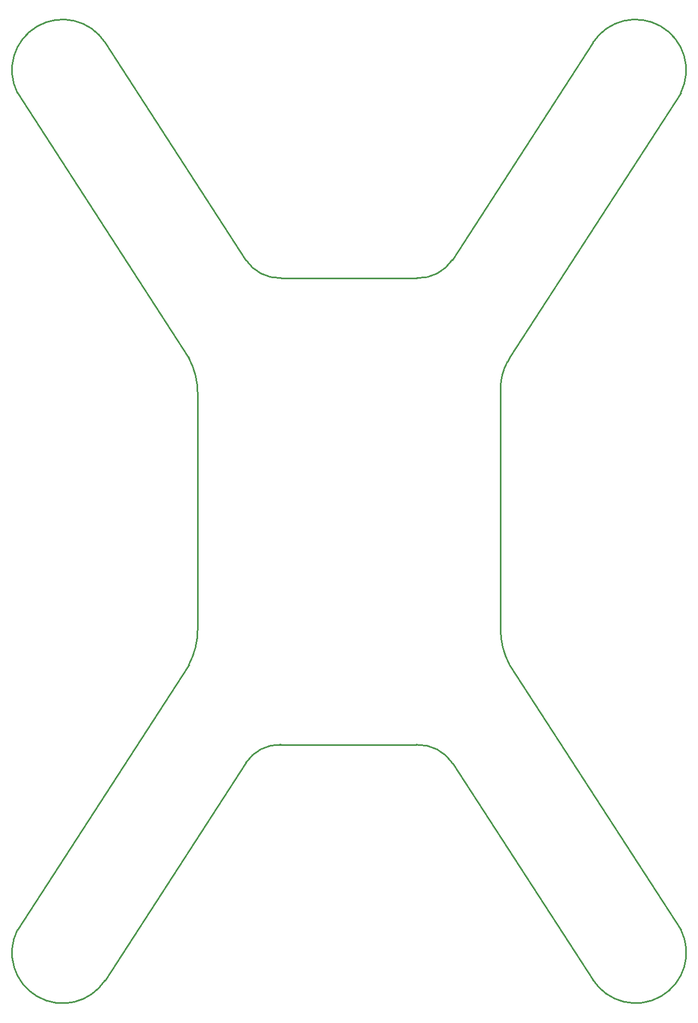
<source format=gm1>
G04 Layer_Color=16711935*
%FSLAX44Y44*%
%MOMM*%
G71*
G01*
G75*
%ADD43C,0.2540*%
D43*
X623250Y2443500D02*
G03*
X484250Y2363500I-67341J-43750D01*
G01*
X846279Y2099019D02*
G03*
X902000Y2070000I53619J34952D01*
G01*
X770000Y1887238D02*
G03*
X755890Y1943326I-118485J12D01*
G01*
X1260856Y1936902D02*
G03*
X1250250Y1894741I78458J-42152D01*
G01*
X1118000Y2070000D02*
G03*
X1173721Y2099019I2102J63971D01*
G01*
X1535750Y2363500D02*
G03*
X1396750Y2443500I-71658J36250D01*
G01*
X755906Y1456698D02*
G03*
X770016Y1512786I-104375J56076D01*
G01*
X901797Y1330073D02*
G03*
X846366Y1301205I-2091J-63639D01*
G01*
X484266Y1036525D02*
G03*
X623266Y956525I71658J-36250D01*
G01*
X1250250Y1513011D02*
G03*
X1264360Y1456924I118485J-12D01*
G01*
X1174358Y1300137D02*
G03*
X1117036Y1329989I-55160J-35956D01*
G01*
X1397000Y956750D02*
G03*
X1536000Y1036750I67341J43750D01*
G01*
X623250Y2443500D02*
X846238Y2098992D01*
X484250Y2363500D02*
X754899Y1945332D01*
X755957Y1943363D01*
X1265101Y1945332D02*
X1535750Y2363500D01*
X1173762Y2098992D02*
X1396750Y2443500D01*
X754915Y1454692D02*
X755973Y1456661D01*
X484266Y1036525D02*
X754915Y1454692D01*
X623266Y956525D02*
X846254Y1301032D01*
X1264293Y1456887D02*
X1265351Y1454918D01*
X1536000Y1036750D01*
X1174741Y1300131D02*
X1397000Y956750D01*
X902000Y2070000D02*
X1118000D01*
X770000Y1887238D02*
X770016D01*
X770000Y1513250D02*
X770016D01*
Y1887238D01*
X1250250Y1513011D02*
Y1894750D01*
X899707Y1330025D02*
X1117036D01*
X1260636Y1937022D02*
X1265101Y1945332D01*
X623250Y2443500D02*
G03*
X484250Y2363500I-67341J-43750D01*
G01*
X846279Y2099019D02*
G03*
X902000Y2070000I53619J34952D01*
G01*
X770000Y1887238D02*
G03*
X755890Y1943326I-118485J12D01*
G01*
X1260856Y1936902D02*
G03*
X1250250Y1894741I78458J-42152D01*
G01*
X1118000Y2070000D02*
G03*
X1173721Y2099019I2102J63971D01*
G01*
X1535750Y2363500D02*
G03*
X1396750Y2443500I-71658J36250D01*
G01*
X755906Y1456698D02*
G03*
X770016Y1512786I-104375J56076D01*
G01*
X901797Y1330073D02*
G03*
X846366Y1301205I-2091J-63639D01*
G01*
X484266Y1036525D02*
G03*
X623266Y956525I71658J-36250D01*
G01*
X1250250Y1513011D02*
G03*
X1264360Y1456924I118485J-12D01*
G01*
X1174358Y1300137D02*
G03*
X1117036Y1329989I-55160J-35956D01*
G01*
X1397000Y956750D02*
G03*
X1536000Y1036750I67341J43750D01*
G01*
X623250Y2443500D02*
X846238Y2098992D01*
X484250Y2363500D02*
X754899Y1945332D01*
X755957Y1943363D01*
X1265101Y1945332D02*
X1535750Y2363500D01*
X1173762Y2098992D02*
X1396750Y2443500D01*
X754915Y1454692D02*
X755973Y1456661D01*
X484266Y1036525D02*
X754915Y1454692D01*
X623266Y956525D02*
X846254Y1301032D01*
X1264293Y1456887D02*
X1265351Y1454918D01*
X1536000Y1036750D01*
X1174741Y1300131D02*
X1397000Y956750D01*
X902000Y2070000D02*
X1118000D01*
X770000Y1887238D02*
X770016D01*
X770000Y1513250D02*
X770016D01*
Y1887238D01*
X1250250Y1513011D02*
Y1894750D01*
X899707Y1330025D02*
X1117036D01*
X1260636Y1937022D02*
X1265101Y1945332D01*
M02*

</source>
